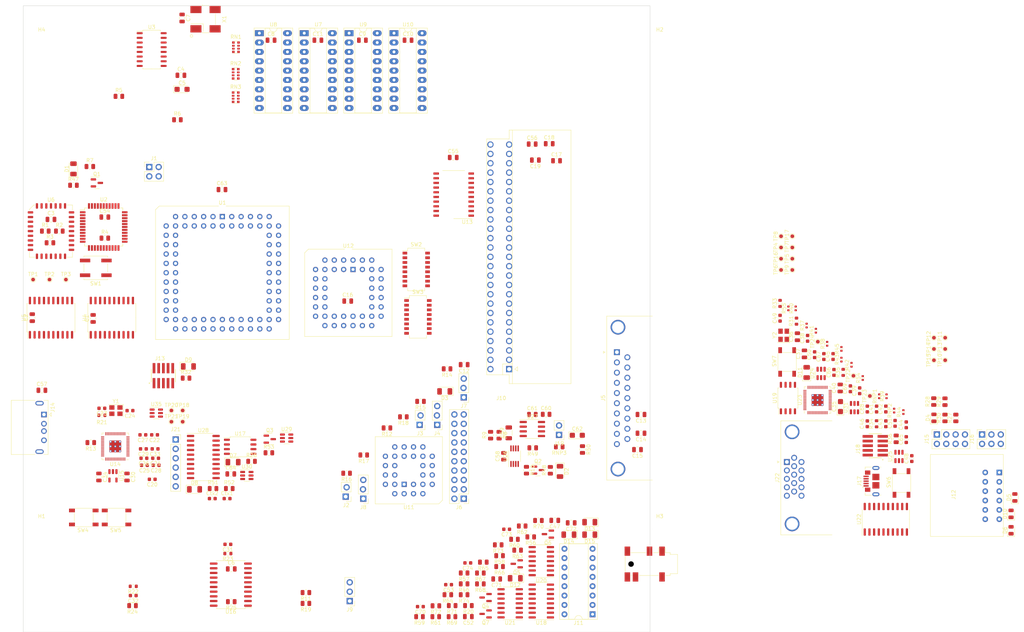
<source format=kicad_pcb>
(kicad_pcb (version 20211014) (generator pcbnew)
  (title_block (title "Mega IIe") (rev "Rev 3a") (company "twitch.tv/baldengineer"))
  (layers (0 "F.Cu" signal) (31 "B.Cu" signal) (34 "B.Paste" user) (35 "F.Paste" user) (36 "B.SilkS" user "B.Silkscreen") (37 "F.SilkS" user "F.Silkscreen") (38 "B.Mask" user) (39 "F.Mask" user) (44 "Edge.Cuts" user))
  (net 0 "")
  (net 1 "+5V")
  (net 2 "/Audio/SCALE_AUD")
  (net 3 "GND")
  (net 4 "-12V")
  (net 5 "+12V")
  (net 6 "+1V1")
  (net 7 "Net-(D9-Pad2)")
  (net 8 "Net-(C24-Pad1)")
  (net 9 "+3V3")
  (net 10 "-5V")
  (net 11 "/video/XIN")
  (net 12 "Net-(D1-Pad1)")
  (net 13 "Net-(D2-Pad1)")
  (net 14 "Net-(D3-Pad2)")
  (net 15 "/mega-6502/X0")
  (net 16 "/mega-6502/X1")
  (net 17 "/mega-6502/Y0")
  (net 18 "/mega-6502/Y1")
  (net 19 "/IWM/DB19-4")
  (net 20 "/IWM/DB19-16")
  (net 21 "/IWM/bEN1")
  (net 22 "Net-(J4-Pad2)")
  (net 23 "/IWM/bEN2")
  (net 24 "/IWM/bWDATA")
  (net 25 "/IWM/RDATA")
  (net 26 "Net-(J5-Pad17)")
  (net 27 "/IWM/bWREQ")
  (net 28 "/IWM/seek3")
  (net 29 "/IWM/seek2")
  (net 30 "/IWM/seek1")
  (net 31 "/IWM/seek0")
  (net 32 "/IWM/SENSE")
  (net 33 "Net-(J6-Pad14)")
  (net 34 "/IWM/DiskAct")
  (net 35 "/Slot/~{IOSEL}")
  (net 36 "/IWM/BA4")
  (net 37 "/IWM/BA5")
  (net 38 "/IWM/BA6")
  (net 39 "/IWM/BA7")
  (net 40 "/IWM/BA8")
  (net 41 "/IWM/BA9")
  (net 42 "/IWM/BA10")
  (net 43 "/IWM/BA11")
  (net 44 "/IWM/BA12")
  (net 45 "/IWM/BA13")
  (net 46 "/IWM/BA14")
  (net 47 "/IWM/BA15")
  (net 48 "/power/MEGA_PWR")
  (net 49 "/Slot/MDI-MDO")
  (net 50 "/power/-12V_Enable")
  (net 51 "/power/+12V_Enable")
  (net 52 "/Slot/RW")
  (net 54 "/Slot/~{IOSTRB}")
  (net 55 "/Slot/~{RDY}")
  (net 56 "/Slot/~{DMA}")
  (net 57 "/Slot/INTb")
  (net 58 "/Slot/DMA1b")
  (net 59 "/Slot/DMA1a")
  (net 60 "/Slot/INTa")
  (net 61 "/Slot/~{NMI}")
  (net 62 "/Slot/~{IRQ}")
  (net 63 "/Audio/SPKR")
  (net 64 "/Slot/~{INH}")
  (net 65 "/Slot/M2BADD_(NC)")
  (net 66 "/Slot/B7M")
  (net 67 "/Slot/BQ3")
  (net 68 "/Slot/BPH1")
  (net 69 "/Slot/UPSYNC?")
  (net 70 "/Slot/BPH0")
  (net 71 "/Slot/~{DEV}")
  (net 72 "/Slot/SDBUS7")
  (net 73 "/Slot/SDBUS6")
  (net 74 "/Slot/SDBUS5")
  (net 75 "/Slot/SDBUS4")
  (net 76 "/Slot/SDBUS3")
  (net 77 "/Slot/SDBUS2")
  (net 78 "/Slot/SDBUS1")
  (net 79 "/Slot/SDBUS0")
  (net 80 "/rp2040-keyboard/SWCLK")
  (net 81 "/rp2040-keyboard/SWD")
  (net 82 "/rp2040-keyboard/GPIO17")
  (net 83 "/video/vid_LED_L")
  (net 84 "/rp2040-keyboard/GPIO19")
  (net 85 "/rp2040-keyboard/GPIO20")
  (net 86 "/rp2040-keyboard/GPIO21")
  (net 87 "/rp2040-keyboard/GPIO22")
  (net 88 "/rp2040-keyboard/GPIO23")
  (net 90 "/rp2040-keyboard/USB_D-")
  (net 91 "/rp2040-keyboard/USB_D+")
  (net 94 "/video/USB_D-")
  (net 95 "/video/USB_D+")
  (net 96 "Net-(Q1-Pad1)")
  (net 97 "Net-(Q2-Pad1)")
  (net 98 "/mega-6502/SERVID")
  (net 99 "/Slot/S0")
  (net 100 "/Slot/S1")
  (net 101 "/Slot/S2")
  (net 102 "/mega-6502/~{MSW}")
  (net 103 "/mega-6502/~{M2SEL}")
  (net 104 "/mega-6502/~{ROMEN}")
  (net 105 "Net-(C59-Pad2)")
  (net 106 "/IWM/WDATA")
  (net 107 "/IWM/PHd")
  (net 108 "/IWM/PHb")
  (net 109 "/IWM/EN1")
  (net 110 "/IWM/WREQ")
  (net 111 "/IWM/PHc")
  (net 112 "/IWM/PHa")
  (net 113 "/IWM/EN2")
  (net 114 "/rp2040-keyboard/D_P")
  (net 115 "/rp2040-keyboard/D_N")
  (net 116 "Net-(R24-Pad2)")
  (net 117 "/Slot/~{DEVx}")
  (net 119 "/video/XOUT")
  (net 120 "/video/D_P")
  (net 121 "/video/D_N")
  (net 122 "/Slot/~{IOSELx}")
  (net 123 "Net-(C47-Pad1)")
  (net 124 "Net-(C52-Pad1)")
  (net 125 "Net-(C53-Pad1)")
  (net 126 "Net-(C70-Pad1)")
  (net 127 "Net-(C71-Pad1)")
  (net 128 "Net-(C72-Pad1)")
  (net 129 "Net-(C73-Pad1)")
  (net 130 "/mega-6502/RAF3")
  (net 131 "/mega-6502/RAF2")
  (net 132 "/mega-6502/RAF1")
  (net 133 "/mega-6502/RAF0")
  (net 134 "/mega-6502/RA3")
  (net 135 "/mega-6502/RA0")
  (net 136 "/mega-6502/RA2")
  (net 137 "/mega-6502/RA1")
  (net 138 "/mega-6502/RAF7")
  (net 139 "/mega-6502/RAF6")
  (net 140 "/mega-6502/RAF4")
  (net 141 "/mega-6502/RAF5")
  (net 142 "/mega-6502/RA7")
  (net 143 "/mega-6502/RA5")
  (net 144 "/mega-6502/RA6")
  (net 145 "/mega-6502/RA4")
  (net 146 "/Slot/~{DEV1}")
  (net 147 "/Slot/~{DEV2}")
  (net 148 "/Slot/~{DEV3}")
  (net 149 "/Slot/~{DEV4}")
  (net 150 "/Slot/~{DEV5}")
  (net 151 "/Slot/~{DEV6}")
  (net 152 "/Slot/~{DEV7}")
  (net 153 "Net-(C74-Pad1)")
  (net 154 "/Slot/~{IOSEL1}")
  (net 155 "/Slot/~{IOSEL2}")
  (net 156 "/Slot/~{IOSEL3}")
  (net 157 "/Slot/~{IOSEL4}")
  (net 158 "/Slot/~{IOSEL5}")
  (net 159 "/Slot/~{IOSEL6}")
  (net 160 "/Slot/~{IOSEL7}")
  (net 161 "Net-(D12-Pad1)")
  (net 162 "/mega-6502/65_SYNC")
  (net 163 "/mega-6502/RMBK")
  (net 164 "/mega-6502/DMA")
  (net 165 "/Slot/S3")
  (net 166 "/mega-6502/A0")
  (net 167 "/mega-6502/A1")
  (net 169 "/mega-6502/A2")
  (net 170 "/mega-6502/A3")
  (net 171 "/mega-6502/A4")
  (net 172 "/mega-6502/A5")
  (net 173 "/mega-6502/A6")
  (net 174 "/mega-6502/A7")
  (net 175 "/mega-6502/A8")
  (net 176 "/mega-6502/A9")
  (net 177 "/mega-6502/A10")
  (net 178 "/mega-6502/A11")
  (net 179 "/mega-6502/A12")
  (net 180 "/mega-6502/A13")
  (net 181 "/mega-6502/A14")
  (net 182 "/mega-6502/A15")
  (net 183 "/Slot/S4")
  (net 184 "/Slot/S5")
  (net 185 "/power/+5V_Enable")
  (net 192 "Net-(D13-Pad1)")
  (net 193 "/rp2040-keyboard/~{245_EN}")
  (net 194 "/mega-6502/14M")
  (net 195 "/mega-6502/~{CASA}")
  (net 196 "/mega-6502/~{RAMWE}")
  (net 197 "/mega-6502/AD1")
  (net 198 "/mega-6502/AD3")
  (net 199 "/mega-6502/AD5")
  (net 200 "/mega-6502/AD7")
  (net 201 "/mega-6502/RGB4")
  (net 202 "/mega-6502/~{CASM}")
  (net 203 "/mega-6502/AD0")
  (net 204 "/mega-6502/AD2")
  (net 205 "/mega-6502/AD4")
  (net 206 "/mega-6502/AD6")
  (net 207 "/mega-6502/RGB8")
  (net 208 "/mega-6502/RGB2")
  (net 209 "/mega-6502/RGB1")
  (net 210 "/mega-6502/~{SYNC}")
  (net 211 "/mega-6502/~{RAS}")
  (net 212 "/mega-6502/~{KSEL0}")
  (net 213 "/mega-6502/~{RAS.B}")
  (net 214 "/mega-6502/~{CASM.B}")
  (net 215 "/mega-6502/~{RWE.B}")
  (net 216 "/mega-6502/~{CASA.B}")
  (net 217 "/mega-6502/~{KSEL1}")
  (net 218 "/mega-6502/~{KSEL2}")
  (net 219 "/mega-6502/~{WINDOW}")
  (net 220 "/IWM/BA0")
  (net 221 "/IWM/BA1")
  (net 222 "/IWM/BA3")
  (net 223 "/IWM/MD0")
  (net 224 "/IWM/BA2")
  (net 225 "/IWM/MD1")
  (net 226 "/IWM/MD3")
  (net 227 "/IWM/MD4")
  (net 228 "/IWM/MD6")
  (net 229 "/IWM/MD2")
  (net 230 "/IWM/MD5")
  (net 231 "/IWM/MD7")
  (net 232 "/IWM/7M")
  (net 233 "/IWM/Q3")
  (net 234 "/Slot/PH0")
  (net 235 "/Slot/Q3")
  (net 236 "/Slot/~{INTDEV7}")
  (net 237 "/Slot/~{INTDEV2}")
  (net 238 "/Slot/~{INTDEV5}")
  (net 239 "/Slot/AN0")
  (net 240 "/Slot/AN2")
  (net 241 "/Slot/~{C038}")
  (net 242 "/Slot/AN1")
  (net 243 "/Slot/AN3")
  (net 244 "/Slot/~{EN245}")
  (net 245 "/Slot/~{INTDEV1}")
  (net 246 "/rp2040-keyboard/RX_2040")
  (net 247 "/rp2040-keyboard/TX_2040")
  (net 248 "/rp2040-keyboard/D0")
  (net 249 "/rp2040-keyboard/D1")
  (net 250 "/rp2040-keyboard/D2")
  (net 251 "/rp2040-keyboard/D3")
  (net 252 "/rp2040-keyboard/D4")
  (net 253 "/rp2040-keyboard/D5")
  (net 254 "/rp2040-keyboard/D6")
  (net 255 "/rp2040-keyboard/D7")
  (net 256 "/IWM/~{INTDEV6}")
  (net 257 "/IWM/~{RESET}")
  (net 258 "/rp2040-keyboard/RWrp")
  (net 259 "/rp2040-keyboard/PH0rp")
  (net 261 "/rp2040-keyboard/~{KSEL0rp}")
  (net 262 "/rp2040-keyboard/~{RESETrp}")
  (net 263 "/video/VGA_R")
  (net 264 "/video/VGA_G")
  (net 265 "/video/VGA_B")
  (net 267 "/video/VGA_SDA")
  (net 268 "/video/VGA_SCL")
  (net 269 "/video/RED0")
  (net 270 "/video/RED1")
  (net 271 "/video/GRN0")
  (net 272 "/video/GRN1")
  (net 273 "/video/GRN2")
  (net 274 "/video/BLU0")
  (net 275 "/video/BLU1")
  (net 276 "/video/vid_SWD")
  (net 277 "/video/vid_SWCLK")
  (net 281 "/rp2040-keyboard/kbd_LED")
  (net 282 "Net-(D14-Pad1)")
  (net 283 "/video/HSYNC")
  (net 284 "/video/VSYNC")
  (net 285 "/video/RED2")
  (net 286 "/video/7M_RP")
  (net 287 "/video/~{WINDOW_RP}")
  (net 288 "/video/~{SYNC_RP}")
  (net 289 "/video/RGB1_RP")
  (net 290 "/video/RGB2_RP")
  (net 291 "/video/RGB4_RP")
  (net 292 "/video/RGB8_RP")
  (net 293 "Net-(D15-Pad1)")
  (net 294 "Net-(D4-Pad2)")
  (net 295 "Net-(D5-Pad2)")
  (net 296 "Net-(D6-Pad2)")
  (net 297 "/game_port/SW0_OAPL")
  (net 298 "/game_port/SW1_CAPL")
  (net 299 "/game_port/SW2")
  (net 300 "Net-(Q1-Pad3)")
  (net 301 "/rp2040-keyboard/~{KSEL1rp}")
  (net 302 "/rp2040-keyboard/~{KSEL2rp}")
  (net 303 "Net-(C60-Pad1)")
  (net 304 "/Audio/Vo1")
  (net 305 "/Audio/EAR")
  (net 306 "/Audio/Vo2")
  (net 307 "/Audio/HP_Sense")
  (net 308 "Net-(Q2-Pad3)")
  (net 309 "/Audio/AUD_SCL")
  (net 310 "/Audio/AUD_SDA")
  (net 311 "/Audio/DC_Vol")
  (net 312 "Net-(D7-Pad2)")
  (net 313 "Net-(D8-Pad2)")
  (net 314 "/video/vid_QSPI_SS")
  (net 315 "/video/vid_XIN")
  (net 316 "Net-(Q3-Pad1)")
  (net 317 "/rp2040-keyboard/RESET_CTL")
  (net 318 "/rp2040-keyboard/GPIO2")
  (net 324 "Net-(U29-Pad1)")
  (net 325 "/rp2040-keyboard/~{PH0}")
  (net 326 "/rp2040-keyboard/KBD_RUN")
  (net 327 "/rp2040-keyboard/KBD_XIN")
  (net 328 "/rp2040-keyboard/KBD_XOUT")
  (net 329 "/rp2040-keyboard/KBD_QSPI_SD3")
  (net 330 "/rp2040-keyboard/KBD_QSPI_SCLK")
  (net 331 "/rp2040-keyboard/KBD_QSPI_SD0")
  (net 332 "/rp2040-keyboard/KBD_QSPI_SD2")
  (net 333 "/rp2040-keyboard/KBD_QSPI_SD1")
  (net 334 "/rp2040-keyboard/KBD_QSPI_SS")
  (net 335 "/video/~{RESET_RP}")
  (net 336 "/video/SERVID_RP")
  (net 337 "/video/14M_RP")
  (net 338 "/video/SERVIDEO")
  (net 340 "/video/vid_XOUT")
  (net 341 "/video/~{RESET}")
  (net 342 "/video/vid_QSPI_SD3")
  (net 343 "/video/vid_QSPI_SCLK")
  (net 344 "/video/vid_QSPI_SD0")
  (net 345 "/video/vid_QSPI_SD2")
  (net 346 "/video/vid_QSPI_SD1")
  (net 347 "/mega-6502/14M_Prime")
  (net 348 "Net-(U35-Pad3)")
  (net 349 "/power/Mega_En")
  (net 350 "/power/Analog_En")
  (net 351 "/game_port/STB")
  (net 352 "/game_port/PDL0")
  (net 353 "/game_port/PDL2")
  (net 354 "/game_port/SW3")
  (net 355 "/game_port/PDL1")
  (net 356 "/game_port/PDL3")
  (net 358 "Net-(Q4-Pad1)")
  (net 359 "Net-(Q4-Pad3)")
  (net 360 "Net-(Q5-Pad1)")
  (net 361 "Net-(Q5-Pad3)")
  (net 362 "Net-(Q6-Pad1)")
  (net 363 "Net-(Q6-Pad3)")
  (net 364 "Net-(Q7-Pad1)")
  (net 365 "Net-(Q7-Pad3)")
  (net 366 "/game_port/CP0")
  (net 367 "/game_port/CP2")
  (net 368 "/game_port/CP1")
  (net 369 "/game_port/CP3")
  (net 370 "/game_port/MD7")
  (net 372 "/game_port/C060-67")
  (net 373 "/game_port/BA2")
  (net 374 "/game_port/BA1")
  (net 375 "/game_port/BA0")
  (net 376 "/game_port/DIS0")
  (net 377 "/game_port/~{PDLTRIG}")
  (net 378 "/game_port/DIS1")
  (net 379 "/game_port/DIS2")
  (net 380 "/game_port/DIS3")
  (net 381 "Net-(C39-Pad1)")
  (net 382 "Net-(D10-Pad2)")
  (net 383 "Net-(D11-Pad1)")
  (net 390 "/rp2040-keyboard/VID_EN")
  (net 392 "Net-(J22-Pad9)")
  (net 394 "Net-(J22-Pad13)")
  (net 395 "Net-(J22-Pad14)")
  (net 403 "Net-(U24-Pad3)")
  (net 404 "Net-(U25-Pad3)")
  (net 405 "/video/7M")
  (net 406 "Net-(U31-Pad3)")
  (footprint "My Libraries:SW_Push_CK_PTS525_SM15" (layer "F.Cu") (at 31.75 159.385 180)
    (fp_text reference "SW4")
    (fp_text value "KBD RESET")
  )
  (footprint "Capacitor_Tantalum_SMD:CP_EIA-3216-18_Kemet-A" (layer "F.Cu") (at 165.608 137.0838)
    (fp_text reference "C62")
    (fp_text value "100u")
  )
  (footprint "Resistor_SMD:R_0805_2012Metric" (layer "F.Cu") (at 157.1498 131.3942)
    (fp_text reference "C60")
    (fp_text value "1u")
  )
  (footprint "Capacitor_SMD:C_0603_1608Metric" (layer "F.Cu") (at 249.282 129.951 90)
    (fp_text reference "C42")
    (fp_text value "100n")
  )
  (footprint "TestPoint:TestPoint_Pad_D1.0mm" (layer "F.Cu") (at 223.922 92.211 90)
    (fp_text reference "TP9")
    (fp_text value "TestPoint")
  )
  (footprint "Resistor_SMD:R_0805_2012Metric" (layer "F.Cu") (at 265.322 132.381 90)
    (fp_text reference "R30")
    (fp_text value "1K")
  )
  (footprint "Capacitor_SMD:C_0603_1608Metric" (layer "F.Cu") (at 228.062 110.761 90)
    (fp_text reference "C38")
    (fp_text value "27p")
  )
  (footprint "LED_SMD:LED_1206_3216Metric" (layer "F.Cu") (at 148.776 175.89 180)
    (fp_text reference "D12")
    (fp_text value "AN3")
  )
  (footprint "Resistor_SMD:R_0805_2012Metric" (layer "F.Cu") (at 77.258 144.154)
    (fp_text reference "R26")
    (fp_text value "1K")
  )
  (footprint "Capacitor_SMD:C_0603_1608Metric" (layer "F.Cu") (at 254.822 138.251 90)
    (fp_text reference "C65")
    (fp_text value "100n")
  )
  (footprint "Resistor_SMD:R_0402_1005Metric" (layer "F.Cu") (at 243.022 121.541 90)
    (fp_text reference "R54")
    (fp_text value "100")
  )
  (footprint "Capacitor_SMD:C_0805_2012Metric" (layer "F.Cu") (at 163.946 160.85 180)
    (fp_text reference "C72")
    (fp_text value ".1u")
  )
  (footprint "Package_SO:SOIC-20W_7.5x12.8mm_P1.27mm" (layer "F.Cu") (at 71.6319 177.623 180)
    (fp_text reference "U16")
    (fp_text value "74HC245")
  )
  (footprint "Resistor_SMD:R_0603_1608Metric" (layer "F.Cu") (at 70.8319 169.193 180)
    (fp_text reference "R23")
    (fp_text value "27")
  )
  (footprint "TestPoint:TestPoint_Pad_D1.0mm" (layer "F.Cu") (at 262.332 116.711 90)
    (fp_text reference "TP15")
    (fp_text value "TestPoint")
  )
  (footprint "Connector_PinHeader_2.54mm:PinHeader_1x02_P2.54mm_Vertical" (layer "F.Cu") (at 160.655 136.9618 180)
    (fp_text reference "J19")
    (fp_text value "SPKR")
  )
  (footprint "Capacitor_SMD:C_0805_2012Metric" (layer "F.Cu") (at 227.202 114.991 90)
    (fp_text reference "C37")
    (fp_text value "1u")
  )
  (footprint "Capacitor_SMD:C_0603_1608Metric" (layer "F.Cu") (at 232.472 115.711 90)
    (fp_text reference "C67")
    (fp_text value "100n")
  )
  (footprint "LED_SMD:LED_1206_3216Metric" (layer "F.Cu") (at 28.956 64.77 90)
    (fp_text reference "D1")
    (fp_text value "~{ROMEN_L}")
  )
  (footprint "Button_Switch_SMD:SW_Push_1P1T_NO_CK_KSC6xxJ" (layer "F.Cu") (at 35.01 91.641)
    (fp_text reference "SW1")
    (fp_text value "RESET")
  )
  (footprint "Resistor_SMD:R_0805_2012Metric" (layer "F.Cu") (at 268.272 132.381 90)
    (fp_text reference "R27")
    (fp_text value "1K")
  )
  (footprint "TestPoint:TestPoint_Pad_D1.0mm" (layer "F.Cu") (at 220.872 83.061 90)
    (fp_text reference "TP8")
    (fp_text value "TestPoint")
  )
  (footprint "Resistor_SMD:R_0402_1005Metric" (layer "F.Cu") (at 239.972 117.951 90)
    (fp_text reference "R42")
    (fp_text value "470")
  )
  (footprint "LED_SMD:LED_1206_3216Metric" (layer "F.Cu") (at 160.909 146.8882 -90)
    (fp_text reference "D2")
    (fp_text value "SNDZ")
  )
  (footprint "Resistor_SMD:R_0805_2012Metric" (layer "F.Cu") (at 265.322 127.971 90)
    (fp_text reference "R29")
    (fp_text value "1K")
  )
  (footprint "Resistor_SMD:R_0603_1608Metric" (layer "F.Cu") (at 36.66 131.66 180)
    (fp_text reference "R21")
    (fp_text value "0")
  )
  (footprint "LED_SMD:LED_0805_2012Metric" (layer "F.Cu") (at 262.327 132.341 90)
    (fp_text reference "D4")
    (fp_text value "-12v")
  )
  (footprint "Resistor_SMD:R_0603_1608Metric" (layer "F.Cu") (at 220.602 101.291 90)
    (fp_text reference "R33")
    (fp_text value "0")
  )
  (footprint "Package_DIP:DIP-18_W7.62mm_Socket_LongPads" (layer "F.Cu") (at 79.375 27.94)
    (fp_text reference "U8")
    (fp_text value "DRAM64KX4")
  )
  (footprint "Resistor_SMD:R_Array_Convex_4x0612" (layer "F.Cu") (at 73.025 31.75)
    (fp_text reference "RN1")
    (fp_text value "100")
  )
  (footprint "Resistor_SMD:R_0805_2012Metric" (layer "F.Cu") (at 160.7058 140.208 180)
    (fp_text reference "RNP3")
    (fp_text value "1k")
  )
  (footprint "Capacitor_SMD:C_0603_1608Metric" (layer "F.Cu") (at 70.618 154.264)
    (fp_text reference "Ctx1")
    (fp_text value "1u")
  )
  (footprint "Package_SO:SOIC-16_4.55x10.3mm_P1.27mm" (layer "F.Cu") (at 50.165 32.385)
    (fp_text reference "U3")
    (fp_text value "74HC02-CHECK FOOTPRINT")
  )
  (footprint "Resistor_SMD:R_0805_2012Metric" (layer "F.Cu") (at 21.3125 81.661)
    (fp_text reference "R1")
    (fp_text value "4k7")
  )
  (footprint "Resistor_SMD:R_Array_Convex_4x0612" (layer "F.Cu") (at 72.96 38.97)
    (fp_text reference "RN2")
    (fp_text value "100")
  )
  (footprint "Capacitor_SMD:C_0805_2012Metric" (layer "F.Cu") (at 95.25 29.845)
    (fp_text reference "C11")
    (fp_text value "1uF")
  )
  (footprint "Package_TO_SOT_SMD:SOT-23-6" (layer "F.Cu") (at 51.425 131.054)
    (fp_text reference "U35")
    (fp_text value "74LVC2G04")
  )
  (footprint "LED_SMD:LED_0805_2012Metric" (layer "F.Cu") (at 283.247 158.411 90)
    (fp_text reference "D10")
    (fp_text value "Stby")
  )
  (footprint "Resistor_SMD:R_0805_2012Metric" (layer "F.Cu") (at 127.216 186.32 180)
    (fp_text reference "R61")
    (fp_text value "4k7")
  )
  (footprint "Capacitor_SMD:C_0603_1608Metric" (layer "F.Cu") (at 235.212 120.011 90)
    (fp_text reference "C66")
    (fp_text value "100n")
  )
  (footprint "Resistor_SMD:R_0805_2012Metric" (layer "F.Cu") (at 33.655 139.065 180)
    (fp_text reference "R13")
    (fp_text value "22")
  )
  (footprint "Package_LCC:PLCC-44_THT-Socket" (layer "F.Cu") (at 104.775 92.075)
    (fp_text reference "U12")
    (fp_text value "Slotmaker")
  )
  (footprint "Resistor_SMD:R_0603_1608Metric" (layer "F.Cu") (at 45.1719 178.083 180)
    (fp_text reference "R22")
    (fp_text value "27")
  )
  (footprint "Capacitor_SMD:C_0805_2012Metric" (layer "F.Cu") (at 182.88 131.445 180)
    (fp_text reference "C13")
    (fp_text value "10u")
  )
  (footprint "Package_TO_SOT_SMD:SOT-23" (layer "F.Cu") (at 154.94 146.5326)
    (fp_text reference "Q2")
    (fp_text value "BC817")
  )
  (footprint "Capacitor_SMD:C_0805_2012Metric" (layer "F.Cu") (at 71.628 147.574)
    (fp_text reference "C64")
    (fp_text value "100n")
  )
  (footprint "Package_LCC:PLCC-32_11.4x14.0mm_P1.27mm" (layer "F.Cu") (at 22.86 81.661)
    (fp_text reference "U6")
    (fp_text value "28C256")
  )
  (footprint "Capacitor_SMD:C_0603_1608Metric" (layer "F.Cu") (at 50.955 136.965 180)
    (fp_text reference "C22")
    (fp_text value "1u")
  )
  (footprint "Crystal:Crystal_SMD_3225-4Pin_3.2x2.5mm" (layer "F.Cu") (at 221.572 109.931 90)
    (fp_text reference "Y2")
    (fp_text value "ECS-120-18-33-JEM-TR")
  )
  (footprint "Capacitor_SMD:C_0805_2012Metric" (layer "F.Cu") (at 131.953 61.6712)
    (fp_text reference "C55")
    (fp_text value "1uF")
  )
  (footprint "Capacitor_SMD:C_0603_1608Metric" (layer "F.Cu") (at 146.446 162.59 180)
    (fp_text reference "C73")
    (fp_text value "22n")
  )
  (footprint "TestPoint:TestPoint_Pad_D1.0mm" (layer "F.Cu") (at 240.502 120.931 90)
    (fp_text reference "TP22")
    (fp_text value "TestPoint_Harwin")
  )
  (footprint "Resistor_SMD:R_0805_2012Metric" (layer "F.Cu") (at 25.1225 81.661)
    (fp_text reference "R2")
    (fp_text value "3k3")
  )
  (footprint "Package_TO_SOT_SMD:SOT-23-6" (layer "F.Cu") (at 240.782 129.581 90)
    (fp_text reference "U31")
    (fp_text value "74LVC2G04-DNP")
  )
  (footprint "Resistor_SMD:R_0805_2012Metric" (layer "F.Cu") (at 140.116 171.52 180)
    (fp_text reference "R65")
    (fp_text value "4k7")
  )
  (footprint "My Libraries:PinHeader_1x03_P2.54mm_Vertical-LOCK" (layer "F.Cu") (at 127.6136 134.2376 180)
    (fp_text reference "J4")
    (fp_text value "EN")
  )
  (footprint "Capacitor_SMD:C_0603_1608Metric" (layer "F.Cu") (at 244.262 129.951 90)
    (fp_text reference "C68")
    (fp_text value "100n")
  )
  (footprint "MountingHole:MountingHole_2.5mm" (layer "F.Cu") (at 187.96 162.56)
    (fp_text reference "H3")
    (fp_text value "MountingHole")
  )
  (footprint "TestPoint:TestPoint_Pad_D1.0mm" (layer "F.Cu") (at 265.382 116.711 90)
    (fp_text reference "TP10")
    (fp_text value "TestPoint")
  )
  (footprint "TestPoint:TestPoint_Pad_D1.0mm" (layer "F.Cu") (at 22.46 94.821)
    (fp_text reference "TP2")
    (fp_text value "TestPoint_Harwin")
  )
  (footprint "TestPoint:TestPoint_Pad_D1.0mm" (layer "F.Cu") (at 58.575 130.354)
    (fp_text reference "TP18")
    (fp_text value "TestPoint")
  )
  (footprint "LED_SMD:LED_1206_3216Metric" (layer "F.Cu") (at 129.6436 125.1676 180)
    (fp_text reference "D3")
    (fp_text value "DSK")
  )
  (footprint "Button_Switch_SMD:SW_DIP_SPSTx08_Slide_Omron_A6H-8101_W6.15mm_P1.27mm" (layer "F.Cu") (at 121.92 92.075)
    (fp_text reference "SW2")
    (fp_text value "DEV")
  )
  (footprint "Capacitor_SMD:C_0805_2012Metric" (layer "F.Cu") (at 43.475 148.395 -90)
    (fp_text reference "C30")
    (fp_text value "1u")
  )
  (footprint "TestPoint:TestPoint_Pad_D1.0mm" (layer "F.Cu") (at 223.922 89.161 90)
    (fp_text reference "TP5")
    (fp_text value "TestPoint")
  )
  (footprint "Capacitor_SMD:C_0805_2012Metric" (layer "F.Cu") (at 159.9692 62.5602)
    (fp_text reference "C17")
    (fp_text value "10u")
  )
  (footprint "Package_TO_SOT_SMD:SOT-23" (layer "F.Cu") (at 149.176 171.97 180)
    (fp_text reference "Q5")
    (fp_text value "BC817")
  )
  (footprint "Resistor_SMD:R_0805_2012Metric" (layer "F.Cu") (at 113.9836 135.0876 180)
    (fp_text reference "R12")
    (fp_text value "22")
  )
  (footprint "TestPoint:TestPoint_Pad_D1.0mm" (layer "F.Cu") (at 58.575 133.404)
    (fp_text reference "TP19")
    (fp_text value "TestPoint")
  )
  (footprint "LED_SMD:LED_1206_3216Metric" (layer "F.Cu") (at 168.976 164.05 180)
    (fp_text reference "D15")
    (fp_text value "AN3")
  )
  (footprint "Resistor_SMD:R_0805_2012Metric" (layer "F.Cu") (at 131.626 186.32 180)
    (fp_text reference "R69")
    (fp_text value "1K")
  )
  (footprint "Capacitor_SMD:C_0603_1608Metric" (layer "F.Cu") (at 220.602 105.301 90)
    (fp_text reference "C49")
    (fp_text value "100n")
  )
  (footprint "Resistor_SMD:R_0805_2012Metric" (layer "F.Cu") (at 149.416 168.27 180)
    (fp_text reference "R63")
    (fp_text value "100")
  )
  (footprint "TestPoint:TestPoint_Pad_D1.0mm" (layer "F.Cu") (at 220.872 86.111 90)
    (fp_text reference "TP4")
    (fp_text value "TestPoint")
  )
  (footprint "Resistor_SMD:R_0805_2012Metric" (layer "F.Cu") (at 130.496 180.36 180)
    (fp_text reference "R64")
    (fp_text value "470")
  )
  (footprint "Resistor_SMD:R_0805_2012Metric" (layer "F.Cu") (at 252.092 138.051 90)
    (fp_text reference "R36")
    (fp_text value "R_0805")
  )
  (footprint "LED_SMD:LED_1206_3216Metric" (layer "F.Cu") (at 60.135 118.394)
    (fp_text reference "D9")
    (fp_text value "3V3_PWR")
  )
  (footprint "Capacitor_SMD:C_0805_2012Metric" (layer "F.Cu") (at 17.78 105.156 90)
    (fp_text reference "C2")
    (fp_text value "1uF")
  )
  (footprint "TestPoint:TestPoint_Pad_D1.0mm" (layer "F.Cu") (at 220.872 89.161 90)
    (fp_text reference "TP16")
    (fp_text value "TestPoint")
  )
  (footprint "LED_SMD:LED_1206_3216Metric" (layer "F.Cu") (at 72.248 144.374)
    (fp_text reference "D7")
    (fp_text value "5V_PWR")
  )
  (footprint "My Libraries:USB_A_GCT_USB1125" (layer "F.Cu") (at 20.955 131.445 -90)
    (fp_text reference "J14")
    (fp_text value "USB_A")
  )
  (footprint "Capacitor_SMD:C_0805_2012Metric" (layer "F.Cu") (at 22.86 78.486)
    (fp_text reference "C3")
    (fp_text value "1uF")
  )
  (footprint "TestPoint:TestPoint_Pad_D1.0mm" (layer "F.Cu") (at 244.962 126.421 90)
    (fp_text reference "TP23")
    (fp_text value "TestPoint_Harwin")
  )
  (footprint "Package_TO_SOT_SMD:SOT-23-5" (layer "F.Cu") (at 39.665 148.08 -90)
    (fp_text reference "U15")
    (fp_text value "MIC5504-3.3YM5")
  )
  (footprint "TestPoint:TestPoint_Pad_D1.0mm" (layer "F.Cu") (at 55.525 130.354)
    (fp_text reference "TP20")
    (fp_text value "TestPoint")
  )
  (footprint "Resistor_SMD:R_0805_2012Metric" (layer "F.Cu") (at 44.9719 183.323 180)
    (fp_text reference "R24")
    (fp_text value "4k7")
  )
  (footprint "Resistor_SMD:R_0805_2012Metric" (layer "F.Cu") (at 57.15 51.435)
    (fp_text reference "R6")
    (fp_text value "4k7")
  )
  (footprint "Capacitor_SMD:C_0603_1608Metric" (layer "F.Cu") (at 251.792 133.841 90)
    (fp_text reference "C51")
    (fp_text value "100n")
  )
  (footprint "Capacitor_SMD:C_0603_1608Metric" (layer "F.Cu") (at 135.906 171.73 180)
    (fp_text reference "C74")
    (fp_text value "22n")
  )
  (footprint "Capacitor_SMD:C_0805_2012Metric" (layer "F.Cu") (at 34.29 105.366 90)
    (fp_text reference "C1")
    (fp_text value "1uF")
  )
  (footprint "Capacitor_SMD:C_0603_1608Metric" (layer "F.Cu") (at 130.696 177.63 180)
    (fp_text reference "C53")
    (fp_text value "22n")
  )
  (footprint "My Libraries:PinHeader_1x03_P2.54mm_Vertical-LOCK" (layer "F.Cu") (at 134.8136 126.7876 180)
    (fp_text reference "J7")
    (fp_text value "EN")
  )
  (footprint "Connector_PinHeader_2.54mm:PinHeader_1x03_P2.54mm_Vertical" (layer "F.Cu") (at 103.8856 182.073869 180)
    (fp_text reference "J9")
    (fp_text value "IO-Xtra")
  )
  (footprint "Capacitor_SMD:C_0603_1608Metric" (layer "F.Cu") (at 51.235 143.315 180)
    (fp_text reference "C21")
    (fp_text value "100n")
  )
  (footprint "TestPoint:TestPoint_Pad_D1.0mm" (layer "F.Cu") (at 18.01 94.821)
    (fp_text reference "TP1")
    (fp_text value "TestPoint_Harwin")
  )
  (footprint "Capacitor_SMD:C_0805_2012Metric" (layer "F.Cu") (at 35.855 148.395 -90)
    (fp_text reference "C34")
    (fp_text value "1u")
  )
  (footprint "TestPoint:TestPoint_Pad_D1.0mm" (layer "F.Cu") (at 230.842 111.681 90)
    (fp_text reference "TP24")
    (fp_text value "TestPoint_Harwin")
  )
  (footprint "Package_SO:MSOP-8_3x3mm_P0.65mm" (layer "F.Cu") (at 148.5952 142.7523 90)
    (fp_text reference "U26")
    (fp_text value "MCP4541T")
  )
  (footprint "Capacitor_Tantalum_SMD:CP_EIA-3216-18_Kemet-A" (layer "F.Cu") (at 58.415 43.18)
    (fp_text reference "C5")
    (fp_text value "100u")
  )
  (footprint "Capacitor_SMD:C_0805_2012Metric" (layer "F.Cu") (at 225.302 110.331 90)
    (fp_text reference "C36")
    (fp_text value "1u")
  )
  (footprint "Resistor_SMD:R_0402_1005Metric" (layer "F.Cu") (at 237.232 116.551 90)
    (fp_text reference "R43")
    (fp_text value "2k2")
  )
  (footprint "Connector_USB:USB_Micro-B_GCT_USB3076-30-A" (layer "F.Cu") (at 245.382 149.531 90)
    (fp_text reference "J17")
    (fp_text value "VGA_Micro")
  )
  (footprint "Resistor_SMD:R_0805_2012Metric" (layer "F.Cu") (at 152.976 164.66 180)
    (fp_text reference "R56")
    (fp_text value "1u")
  )
  (footprint "Resistor_SMD:R_0805_2012Metric" (layer "F.Cu") (at 41.275 45.085)
    (fp_text reference "R5")
    (fp_text value "4k7")
  )
  (footprint "Capacitor_SMD:C_0805_2012Metric" (layer "F.Cu") (at 134.9136 117.9076 180)
    (fp_text reference "C12")
    (fp_text value "1u")
  )
  (footprint "Capacitor_SMD:C_0603_1608Metric" (layer "F.Cu") (at 242.182 125.001 90)
    (fp_text reference "C39")
    (fp_text value "27p")
  )
  (footprint "My Libraries:PinHeader_1x03_P2.54mm_Vertical-LOCK" (layer "F.Cu") (at 107.5636 154.2876 180)
    (fp_text reference "J8")
    (fp_text value "EN")
  )
  (footprint "Connector_PinHeader_2.54mm:PinHeader_2x10_P2.54mm_Vertical" (layer "F.Cu") (at 134.8136 154.2876 180)
    (fp_text reference "J6")
    (fp_text value "FDC Hdr")
  )
  (footprint "Capacitor_SMD:C_0603_1608Metric" (layer "F.Cu") (at 45.1719 180.593 180)
    (fp_text reference "C32")
    (fp_text value "100n")
  )
  (footprint "Capacitor_SMD:C_0603_1608Metric" (layer "F.Cu") (at 244.262 133.961 90)
    (fp_text reference "C46")
    (fp_text value "1u")
  )
  (footprint "Resistor_SMD:R_0603_1608Metric" (layer "F.Cu") (at 237.722 120.011 90)
    (fp_text reference "R35")
    (fp_text value "27")
  )
  (footprint "Capacitor_SMD:C_0805_2012Metric" (layer "F.Cu") (at 153.3652 58.039)
    (fp_text reference "C56")
    (fp_text value "10u")
  )
  (footprint "Capacitor_SMD:C_0603_1608Metric" (layer "F.Cu") (at 234.982 115.711 90)
    (fp_text reference "C45")
    (fp_text value "100n")
  )
  (footprint "Resistor_SMD:R_0805_2012Metric" (layer "F.Cu") (at 131.666 183.31 180)
    (fp_text reference "R71")
    (fp_text value "100")
  )
  (footprint "Capacitor_SMD:C_0603_1608Metric" (layer "F.Cu") (at 123.046 183.59 180)
    (fp_text reference "C70")
    (fp_text value "22n")
  )
  (footprint "Package_TO_SOT_SMD:SOT-23-6" (layer "F.Cu") (at 75.978 147.994)
    (fp_text reference "U30")
    (fp_text value "74LVC2G04")
  )
  (footprint "My Libraries:SW_Push_CK_PTS525_SM15" (layer "F.Cu") (at 40.64 159.385 180)
    (fp_text reference "SW5")
    (fp_text value "MEGA PWR")
  )
  (footprint "My Libraries:DSUB-19_Apple_II_Floppy" (layer "F.Cu") (at 176.339669 114.535 90)
    (fp_text reference "J5")
    (fp_text value "DSUB19")
  )
  (footprint "Resistor_SMD:R_0805_2012Metric" (layer "F.Cu") (at 144.526 169.77 180)
    (fp_text reference "R58")
    (fp_text value "470")
  )
  (footprint "Resistor_SMD:R_0805_2012Metric" (layer "F.Cu") (at 71.755 182.245 180)
    (fp_text reference "R25")
    (fp_text value "4k7")
  )
  (footprint "Resistor_SMD:R_0603_1608Metric" (layer "F.Cu") (at 246.772 133.961 90)
    (fp_text reference "R34")
    (fp_text value "27")
  )
  (footprint "Capacitor_SMD:C_0805_2012Metric" (layer "F.Cu") (at 143.746 176.08 180)
    (fp_text reference "C71")
    (fp_text value ".1u")
  )
  (footprint "Package_TO_SOT_SMD:SOT-23-6" (layer "F.Cu") (at 231.732 120.291 90)
    (fp_text reference "U24")
    (fp_text value "74LVC2G04")
  )
  (footprint "TestPoint:TestPoint_Pad_D1.0mm" (layer "F.Cu") (at 262.332 113.661 90)
    (fp_text reference "TP14")
    (fp_text value "TestPoint")
  )
  (footprint "Resistor_SMD:R_Array_Convex_4x0612" (layer "F.Cu") (at 72.96 45.32)
    (fp_text reference "RN3")
    (fp_text value "100")
  )
  (footprint "Capacitor_SMD:C_0603_1608Metric" (layer "F.Cu") (at 51.095 140.775 180)
    (fp_text reference "C33")
    (fp_text value "100n")
  )
  (footprint "Package_SO:SOIC-20W_7.5x12.8mm_P1.27mm" (layer "F.Cu") (at 22.86 105.156 90)
    (fp_text reference "U5")
    (fp_text value "74HCT245")
  )
  (footprint "Resistor_SMD:R_0402_1005Metric" (layer "F.Cu") (at 249.472 126.491 90)
    (fp_text reference "R39")
    (fp_text value "390")
  )
  (footprint "Resistor_SMD:R_0805_2012Metric" (layer "F.Cu") (at 123.0836 127.8876 180)
    (fp_text reference "R15")
    (fp_text value "22")
  )
  (footprint "Resistor_SMD:R_0805_2012Metric" (layer "F.Cu") (at 127.256 183.37 180)
    (fp_text reference "R72")
    (fp_text value "470")
  )
  (footprint "Package_SO:SO-14_3.9x8.65mm_P1.27mm" (layer "F.Cu") (at 147.396 182.69 180)
    (fp_text reference "U21")
    (fp_text value "NE556")
  )
  (footprint "Capacitor_SMD:C_0603_1608Metric" (layer "F.Cu") (at 51.375 145.22 180)
    (fp_text reference "C28")
    (fp_text value "100n")
  )
  (footprint "TestPoint:TestPoint_Pad_D1.0mm" (layer "F.Cu") (at 26.91 94.821)
    (fp_text reference "TP3")
    (fp_text value "TestPoint")
  )
  (footprint "Resistor_SMD:R_0805_2012Metric" (layer "F.Cu") (at 148.566 165.32 180)
    (fp_text reference "R60")
    (fp_text value "1K")
  )
  (footprint "RP2040_minimal:RP2040-QFN-56" (layer "F.Cu") (at 40.2969 140.098 180)
    (fp_text reference "U14")
    (fp_text value "RP2040")
  )
  (footprint "Resistor_SMD:R_0402_1005Metric" (layer "F.Cu") (at 237.232 113.641 90)
    (fp_text reference "R45")
    (fp_text value "470")
  )
  (footprint "Package_DIP:DIP-18_W7.62mm_Socket_LongPads" (layer "F.Cu") (at 103.718332 27.94)
    (fp_text reference "U9")
    (fp_text value "DRAM64KX4")
  )
  (footprint "Resistor_SMD:R_0805_2012Metric" (layer "F.Cu") (at 66.808 151.534)
    (fp_text reference "R51")
    (fp_text value "1K")
  )
  (footprint "LED_SMD:LED_1206_3216Metric" (layer "F.Cu") (at 61.798 151.754)
    (fp_text reference "D8")
    (fp_text value "3V3_PWR")
  )
  (footprint "LED_SMD:LED_0805_2012Metric" (layer "F.Cu") (at 283.247 162.861 90)
    (fp_text reference "D6")
    (fp_text value "Mega")
  )
  (footprint "Resistor_SMD:R_0805_2012Metric" (layer "F.Cu") (at 144.526 172.72 180)
    (fp_text reference "R66")
    (fp_text value "470")
  )
  (footprint "Package_LCC:PLCC-28_THT-Socket" (layer "F.Cu") (at 118.6436 150.3976 180)
    (fp_text reference "U11")
    (fp_text value "IWM")
  )
  (footprint "Button_Switch_SMD:SW_DIP_SPSTx08_Slide_Omron_A6H-8101_W6.15mm_P1.27mm" (layer "F.Cu") (at 122.375 104.95)
    (fp_text reference "SW3")
    (fp_text value "IOSEL")
  )
  (footprint "My Libraries:SW_Push_CK_PTS525_SM15" (layer "F.Cu") (at 222.522 117.181 90)
    (fp_text reference "SW7")
    (fp_text value "VGA RESET")
  )
  (footprint "Capacitor_SMD:C_0603_1608Metric" (layer "F.Cu") (at 249.282 133.961 90)
    (fp_text reference "C43")
    (fp_text value "1u")
  )
  (footprint "LED_SMD:LED_1206_3216Metric" (layer "F.Cu") (at 227.812 120.021 90)
    (fp_text reference "D11")
    (fp_text value "D_1206")
  )
  (footprint "My Libraries:TE 5650118-3 Right Angle 12 Pos Socket" (layer "F.Cu") (at 271.007 153.396 90)
    (fp_text reference "J12")
    (fp_text value "Right Angle")
  )
  (footprint "Package_TO_SOT_SMD:SOT-23" (layer "F.Cu") (at 82.198 138.134)
    (fp_text reference "Q3")
    (fp_text value "BC817")
  )
  (footprint "Capacitor_SMD:C_0805_2012Metric" (layer "F.Cu") (at 236.912 124.241 90)
    (fp_text reference "C40")
    (fp_text value "100n")
  )
  (footprint "Capacitor_SMD:C_0805_2012Metric" (layer "F.Cu") (at 181.93 140.97 180)
    (fp_text reference "C15")
    (fp_text value "10u")
  )
  (footprint "Capacitor_SMD:C_0805_2012Metric" (layer "F.Cu") (at 157.988 57.9374)
    (fp_text reference "C18")
    (fp_text value "10u")
  )
  (footprint "Capacitor_SMD:C_0805_2012Metric" (layer "F.Cu") (at 119.7 29.845)
    (fp_text reference "C10")
    (fp_text value "1uF")
  )
  (footprint "Connector_PinSocket_2.54mm:PinSocket_1x06_P2.54mm_Vertical" (layer "F.Cu") (at 56.678 138.234)
    (fp_text reference "J21")
    (fp_text value "FTDI Header")
  )
  (footprint "Resistor_SMD:R_0805_2012Metric" (layer "F.Cu") (at 142.0876 137.0584 90)
    (fp_text reference "R9")
    (fp_text value "2")
  )
  (footprint "MountingHole:MountingHole_2.5mm" (layer "F.Cu") (at 20.32 30.48)
    (fp_text reference "H4")
    (fp_text value "MountingHole")
  )
  (footprint "Capacitor_SMD:C_0805_2012Metric" (layer "F.Cu") (at 69.2404 70.3834)
    (fp_text reference "C63")
    (fp_text value "1uF")
  )
  (footprint "Package_SO:SOIC-8_3.9x4.9mm_P1.27mm" (layer "F.Cu") (at 153.416 135.382)
    (fp_text reference "U27")
    (fp_text value "LM4875")
  )
  (footprint "Resistor_SMD:R_0805_2012Metric" (layer "F.Cu") (at 71.218 151.534)
    (fp_text reference "R52")
    (fp_text value "4k7")
  )
  (footprint "LED_SMD:LED_0805_2012Metric" (layer "F.Cu") (at 284.277 153.961 90)
    (fp_text reference "D5")
    (fp_text value "+12v")
  )
  (footprint "Resistor_SMD:R_0402_1005Metric" (layer "F.Cu") (at 224.842 102.641 90)
    (fp_text reference "R40")
    (fp_text value "2k2")
  )
  (footprint "Resistor_SMD:R_0805_2012Metric" (layer "F.Cu") (at 139.316 177.42 180)
    (fp_text reference "R68")
    (fp_text value "1K")
  )
  (footprint "Resistor_SMD:R_0805_2012Metric" (layer "F.Cu") (at 145.6488 142.7777 90)
    (fp_text reference "C58")
    (fp_text value "1u")
  )
  (footprint "Crystal:Crystal_SMD_3225-4Pin_3.2x2.5mm" (layer "F.Cu") (at 40.47 130.39 180)
    (fp_text reference "Y1")
    (fp_text value "ECS-120-18-33-JEM-TR")
  )
  (footprint "LED_SMD:LED_1206_3216Metric" (layer "F.Cu") (at 168.976 160.66 180)
    (fp_text reference "D13")
    (fp_text value "AN3")
  )
  (footprint "Package_TO_SOT_SMD:SOT-23" (layer "F.Cu") (at 35.306 68.58)
    (fp_text reference "Q1")
    (fp_text value "BC817")
  )
  (footprint "Capacitor_SMD:C_0805_2012Metric" (layer "F.Cu") (at 82.55 29.845)
    (fp_text reference "C8")
    (fp_text value "1uF")
  )
  (footprint "Resistor_SMD:R_0402_1005Metric" (layer "F.Cu") (at 247.482 126.491 90)
    (fp_text reference "RNP1")
    (fp_text value "4k7")
  )
  (footprint "MountingHole:MountingHole_2.5mm" (layer "F.Cu") (at 20.32 162.56)
    (fp_text reference "H1")
    (fp_text value "MountingHole")
  )
  (footprint "Resistor_SMD:R_0805_2012Metric" (layer "F.Cu") (at 81.958 141.834)
    (fp_text reference "R53")
    (fp_text value "4k7")
  )
  (footprint "Resistor_SMD:R_0402_1005Metric" (layer "F.Cu") (at 222.852 102.641 90)
    (fp_text reference "R55")
    (fp_text value "100")
  )
  (footprint "Capacitor_SMD:C_0805_2012Metric" (layer "F.Cu") (at 107.315 29.845)
    (fp_text reference "C9")
    (fp_text value "1uF")
  )
  (footprint "Package_SO:SO-20_5.3x12.6mm_P1.27mm" (layer "F.Cu") (at 249.282 159.881 90)
    (fp_text reference "U22")
    (fp_text value "74HCT245")
  )
  (footprint "Resistor_SMD:R_0805_2012Metric" (layer "F.Cu") (at 122.806 186.32 180)
    (fp_text reference "R59")
    (fp_text value "1K")
  )
  (footprint "Capacitor_SMD:C_0603_1608Metric" (layer "F.Cu") (at 256.322 143.401 90)
    (fp_text reference "C48")
    (fp_text value "100n")
  )
  (footprint "TestPoint:TestPoint_Pad_D1.0mm" (layer "F.Cu") (at 55.525 133.404)
    (fp_text reference "TP21")
    (fp_text value "TestPoint")
  )
  (footprint "Resistor_SMD:R_0805_2012Metric" (layer "F.Cu") (at 262.282 127.931 90)
    (fp_text reference "R28")
    (fp_text value "1K")
  )
  (footprint "Package_TO_SOT_SMD:SOT-23-6" (layer "F.Cu") (at 86.768 137.834)
    (fp_text reference "U29")
    (fp_text value "74LVC2G04")
  )
  (footprint "Resistor_SMD:R_0805_2012Metric" (layer "F.Cu") (at 155.066 160.21 180)
    (fp_text reference "R70")
    (fp_text value "100")
  )
  (footprint "Resistor_SMD:R_0805_2012Metric" (layer "F.Cu") (at 144.399 137.0584 -90)
    (fp_text reference "R8")
    (fp_text value "1")
  )
  (footprint "Resistor_SMD:R_0805_2012Metric" (layer "F.Cu") (at 33.401 64.135)
    (fp_text reference "R7")
    (fp_text value "4k7")
  )
  (footprint "Capacitor_SMD:C_0805_2012Metric" (layer "F.Cu") (at 58.1 39.37)
    (fp_text reference "C4")
    (fp_text value "10uF")
  )
  (footprint "Package_TO_SOT_SMD:SOT-23-6" (layer "F.Cu") (at 252.842 142.831 90)
    (fp_text reference "U25")
    (fp_text value "74LVC2G04")
  )
  (footprint "Capacitor_SMD:C_0805_2012Metric" (layer "F.Cu") (at 103.345 100.655)
    (fp_text reference "C16")
    (fp_text value "1uF")
  )
  (footprint "Capacitor_SMD:C_0805_2012Metric" (layer "F.Cu") (at 136.056 186.29 180)
    (fp_text reference "C52")
    (fp_text value ".1u")
  )
  (footprint "Package_DIP:DIP-18_W7.62mm_Socket_LongPads" (layer "F.Cu") (at 91.546666 27.94)
    (fp_text reference "U7")
    (fp_text value "DRAM64KX4")
  )
  (footprint "Resistor_SMD:R_0805_2012Metric" (layer "F.Cu") (at 153.5176 140.4874 180)
    (fp_text reference "R49")
    (fp_text value "10k")
  )
  (footprint "Resistor_SMD:R_0805_2012Metric" (layer "F.Cu") (at 151.8158 146.558 -90)
    (fp_text reference "R10")
    (fp_text value "10k")
  )
  (footprint "Connector_PinSocket_2.54mm:PinSocket_2x03_P2.54mm_Vertical" (layer "F.Cu") (at 275.382 136.871 90)
    (fp_text reference "J16")
    (fp_text value "RP2040 Header")
  )
  (footprint "Resistor_SMD:R_0402_1005Metric" (layer "F.Cu") (at 254.042 130.781 90)
    (fp_text reference "R44")
    (fp_text value "1k")
  )
  (footprint "Resistor_SMD:R_0402_1005Metric" (layer "F.Cu") (at 251.532 130.381 90)
    (fp_text reference "RNP2")
    (fp_text value "4k7")
  )
  (footprint "TestPoint:TestPoint_Pad_D1.0mm" (layer "F.Cu") (at 223.922 83.061 90)
    (fp_text reference "TP17")
    (fp_text value "TestPoint")
  )
  (footprint "Resistor_SMD:R_0805_2012Metric" (layer "F.Cu") (at 107.6836 142.4276 180)
    (fp_text reference "R17")
    (fp_text value "22")
  )
  (footprint "Package_TO_SOT_SMD:SOT-23" (layer "F.Cu") (at 140.726 181.12 180)
    (fp_text reference "Q4")
    (fp_text value "BC817")
  )
  (footprint "Package_QFP:TQFP-44_10x10mm_P0.8mm" (layer "F.Cu") (at 37.16 80.541)
    (fp_text reference "U2")
    (fp_text value "w65c02s")
  )
  (footprint "Resistor_SMD:R_1206_3216Metric" (layer "F.Cu") (at 147.0152 136.4234 90)
    (fp_text reference "C59")
    (fp_text value "220n")
  )
  (footprint "Capacitor_SMD:C_0805_2012Metric" (layer "F.Cu") (at 182.88 136.525 180)
    (fp_text reference "C14")
    (fp_text value "10u")
  )
  (footprint "Connector_PinHeader_2.54mm:PinHeader_2x02_P2.54mm_Vertical" (layer "F.Cu") (at 49.525 64.257)
    (fp_text reference "J1")
    (fp_text value "XY")
  )
  (footprint "FTSH-105-01-L-DV-K:SAMTEC_FTSH-105-XX-X-DV" (layer "F.Cu") (at 246.412 139.916 90)
    (fp_text reference "J18")
    (fp_text value "vga_SWD")
  )
  (footprint "Resistor_SMD:R_0805_2012Metric" (layer "F.Cu") (at 130.2836 119.0476 180)
    (fp_text reference "R14")
    (fp_text value "22")
  )
  (footprint "My Libraries:Oscillator_MCP_SMD_7050" (layer "F.Cu") (at 64.77 24.13 -90)
    (fp_text reference "X1")
    (fp_text value "14.31818MHz")
  )
  (footprint "Capacitor_SMD:C_0603_1608Metric" (layer "F.Cu") (at 246.772 129.951 90)
    (fp_text reference "C41")
    (fp_text value "100n")
  )
  (footprint "Capacitor_SMD:C_0603_1608Metric" (layer "F.Cu") (at 47.92 140.775 180)
    (fp_text reference "C29")
    (fp_text value "100n")
  )
  (footprint "Resistor_SMD:R_0805_2012Metric" (layer "F.Cu") (at 158.2928 146.5834 90)
    (fp_text reference "R48")
    (fp_text value "220")
  )
  (footprint "Connector_PinSocket_2.54mm:PinSocket_2x04_P2.54mm_Vertical" (layer "F.Cu") (at 263.132 136.871 90)
    (fp_text reference "J15")
    (fp_text value "Rev2 Header")
  )
  (footprint "Resistor_SMD:R_0805_2012Metric" (layer "F.Cu") (at 59.495 121.564)
    (fp_text reference "R32")
    (fp_text value "1K")
  )
  (footprint "Capacitor_SMD:C_0805_2012Metric" (layer "F.Cu") (at 37.465 77.851)
    (fp_text reference "C54")
    (fp_text value "1uF")
  )
  (footprint "Package_SO:SOIC-20W_7.5x12.8mm_P1.27mm" (layer "F.Cu") (at 39.37 105.156 90)
    (fp_text reference "U4")
    (fp_text value "74HCT245")
  )
  (footprint "My Libraries:Jack_3.5mm_tensility_54-00177" (layer "F.Cu") (at 183.8874 172.0342 -90)
    (fp_text reference "J20" hide)
    (fp_text value "Ears")
  )
  (footprint "My Libraries:SW_Push_CK_PTS525_SM15" (layer "F.Cu") (at 253.532 150.031 90)
    (fp_text reference "SW6")
    (fp_text value "Boot Sel")
  )
  (footprint "Capacitor_SMD:C_0603_1608Metric" (layer "F.Cu") (at 50.32 149.03 180)
    (fp_text reference "C20")
    (fp_text value "100n")
  )
  (footprint "Capacitor_SMD:C_0603_1608Metric" (layer "F.Cu") (at 229.962 115.211 90)
    (fp_text reference "C50")
    (fp_text value "100n")
  )
  (footprint "Package_SO:SO-20_12.8x7.5mm_P1.27mm" (layer "F.Cu") (at 132.08 71.755 180)
    (fp_text reference "U13")
    (fp_text value "74HCT245")
  )
  (footprint "Package_SO:SOIC-8_5.23x5.23mm_P1.27mm" (layer "F.Cu") (at 222.732 126.981 90)
    (fp_text reference "U19")
    (fp_text value "W25Q128JVS")
  )
  (footprint "Resistor_SMD:R_0805_2012Metric" (layer "F.Cu") (at 118.4336 132.0776 180)
    (fp_text reference "R18")
    (fp_text value "22")
  )
  (footprint "Capacitor_SMD:C_0603_1608Metric" (layer "F.Cu") (at 47.78 136.965 180)
    (fp_text reference "C27")
    (fp_text value "100n")
  )
  (footprint "Resistor_SMD:R_0805_2012Metric" (layer "F.Cu") (at 134.906 180.36 180)
    (fp_text reference "R74")
    (fp_text value "1u")
  )
  (footprint "My Libraries:PinHeader_1x02_P2.54mm_Vertical-LOCK" (layer "F.Cu") (at 102.9136 153.7376 180)
    (fp_text reference "J2")
    (fp_text value "DB19_4")
  )
  (footprint "MountingHole:MountingHole_2.5mm" (layer "F.Cu") (at 187.96 30.48)
    (fp_text reference "H2")
    (fp_text value "MountingHole")
  )
  (footprint "Resistor_SMD:R_0805_2012Metric" (layer "F.Cu") (at 150.656 161.71 180)
    (fp_text reference "R62")
    (fp_text value "100")
  )
  (footprint "Connector_Dsub:DSUB-15-HD_Female_Horizontal_P2.29x1.98mm_EdgePinOffset8.35mm_Housed_MountingHolesOffset10.89mm" (layer "F.Cu") (at 222.441338 144.331 90)
    (fp_text reference "J22")
    (fp_text value "L77HDE15SD1CH4F")
  )
  (footprint "Capacitor_SMD:C_0603_1608Metric" (layer "F.Cu") (at 48.06 143.315 180)
    (fp_text reference "C26")
    (fp_text value "1u")
  )
  (footprint "Capacitor_SMD:C_0805_2012Metric" (layer "F.Cu") (at 58.42 23.815 -90)
    (fp_text reference "C7")
    (fp_text value "1uF")
  )
  (footprint "Resistor_SMD:R_0805_2012Metric" (layer "F.Cu") (at 103.0336 147.3876 180)
    (fp_text reference "R16")
    (fp_text value "22")
  )
  (footprint "TestPoint:TestPoint_Pad_D1.0mm" (layer "F.Cu") (at 265.382 113.661 90)
    (fp_text reference "TP13")
    (fp_text value "TestPoint")
  )
  (footprint "Capacitor_SMD:C_0805_2012Metric" (layer "F.Cu") (at 71.755 173.355)
    (fp_text reference "C6")
    (fp_text value "1u")
  )
  (footprint "Resistor_SMD:R_0805_2012Metric" (layer "F.Cu") (at 92.0056 182.723869 180)
    (fp_text reference "R19")
    (fp_text value "4k7")
  )
  (footprint "Resistor_SMD:R_0805_2012Metric" (layer "F.Cu") (at 153.416 131.4196)
    (fp_text reference "C61")
    (fp_text value "1u")
  )
  (footprint "Capacitor_SMD:C_0805_2012Metric" (layer "F.Cu") (at 154.2288 62.3824 180)
    (fp_text reference "C19")
    (fp_text value "10u")
  )
  (footprint "TestPoint:TestPoint_Pad_D1.0mm" (layer "F.Cu") (at 265.382 110.611 90)
    (fp_text reference "TP11")
    (fp_text value "TestPoint")
  )
  (footprint "Resistor_SMD:R_0603_1608Metric" (layer "F.Cu") (at 225.052 106.101 90)
    (fp_text reference "R31")
    (fp_text value "1K")
  )
  (footprint "Resistor_SMD:R_0805_2012Metric" (layer "F.Cu") (at 28.956 69.215)
    (fp_text reference "R47")
    (fp_text value "470")
  )
  (footprint "Capacitor_Tantalum_SMD:CP_EIA-3216-18_Kemet-A" (layer "F.Cu") (at 236.982 129.286 90)
    (fp_text reference "C35")
    (fp_text value "100u")
  )
  (footprint "Capacitor_SMD:C_0805_2012Metric" (layer "F.Cu") (at 159.496 160.18 180)
    (fp_text reference "C47")
    (fp_text value ".1u")
  )
  (footprint "Package_DIP:DIP-18_W7.62mm_Socket_LongPads" (layer "F.Cu") (at 115.89 27.94)
    (fp_text reference "U10")
    (fp_text value "DRAM64KX4")
  )
  (footprint "Package_TO_SOT_SMD:SOT-23" (layer "F.Cu") (at 140.726 185.57 180)
    (fp_text reference "Q7")
    (fp_text value "BC817")
  )
  (footprint "Resistor_SMD:R_0805_2012Metric" (layer "F.Cu") (at 92.0056 179.773869 180)
    (fp_text reference "R11")
    (fp_text value "22")
  )
  (footprint "My Libraries:PinHeader_1x02_P2.54mm_Vertical-LOCK" (layer "F.Cu") (at 122.9636 134.2376 180)
    (fp_text reference "J3")
    (fp_text value "DB19_16")
  )
  (footprint "Package_SO:SO-14_3.9x8.65mm_P1.27mm" (layer "F.Cu") (at 155.846 171.24 180)
    (fp_text reference "U20")
    (fp_text value "NE556")
  )
  (footprint "Capacitor_SMD:C_0603_1608Metric" (layer "F.Cu") (at 239.672 124.461 90)
    (fp_text reference "C69")
    (fp_text value "100n")
  )
  (footprint "Capacitor_SMD:C_0603_1608Metric" (layer "F.Cu") (at 70.8319 166.683 180)
    (fp_text reference "C31")
    (fp_text value "100n")
  )
  (footprint "Capacitor_SMD:C_0805_2012Metric" (layer "F.Cu") (at 20.3962 124.8664)
    (fp_text reference "C57")
    (fp_text value "10u")
  )
  (footprint "Capacitor_SMD:C_0603_1608Metric" (layer "F.Cu") (at 66.608 154.264)
    (fp_text reference "Ctx2")
    (fp_text value "1u")
  )
  (footprint "Resistor_SMD:R_0805_2012Metric" (layer "F.Cu") (at 136.076 183.31 180)
    (fp_text reference "R20")
    (fp_text value "4k7")
  )
  (footprint "My Libraries:Amp_2358256-4_50pos_right_angle_card" (layer "F.Cu") (at 144.07515 121.92 180)
    (fp_text reference "J10")
    (fp_text value "Apple_II_Slot")
  )
  (footprint "Package_LCC:PLCC-84_THT-Socket" (layer "F.Cu") (at 69.342 77.724)
    (fp_text reference "U1")
    (fp_text value "Apple_MEGA_II")
  )
  (footprint "Resistor_SMD:R_0402_1005Metric" (layer "F.Cu") (at 227.802 107.301 90)
    (fp_text reference "R37")
    (fp_text value "100")
  )
  (footprint "FTSH-105-01-L-DV-K:SAMTEC_FTSH-105-XX-X-DV" (layer "F.Cu") (at 53.34 120.904)
    (fp_text reference "J13")
    (fp_text value "SWD")
  )
  (footprint "Resistor_SMD:R_0805_2012Metric" (layer "F.Cu") (at 37.465 83.566)
    (fp_text reference "R4")
    (fp_text value "4k7")
  )
  (footprint "Capacitor_SMD:C_0603_1608Metric" (layer "F.Cu") (at 48.2 145.22 180)
    (fp_text reference "C25")
    (fp_text value "100n")
  )
  (footprint "Resistor_SMD:R_0402_1005Metric" (layer "F.Cu") (at 230.312 108.701 90)
    (fp_text reference "R41")
    (fp_text value "1k")
  )
  (footprint "LED_SMD:LED_1206_3216Metric" (layer "F.Cu") (at 163.326 164.05 180)
    (fp_text reference "D14")
    (fp_text value "AN3")
  )
  (footprint "Resistor_SMD:R_0805_2012Metric" (layer "F.Cu") (at 134.906 177.41 180)
    (fp_text reference "R46")
    (fp_text value "10u")
  )
  (footprint "Resistor_SMD:R_0805_2012Metric" (layer "F.Cu") (at 134.906 174.46 180)
    (fp_text reference "R57")
    (fp_text value "4k7")
  )
  (footprint "Resistor_SMD:R_0805_2012Metric" (layer "F.Cu") (at 22.5825 84.836)
    (fp_text reference "R3")
    (fp_text value "3k3")
  )
  (footprint "Resistor_SMD:R_0402_1005Metric" (layer "F.Cu") (at 233.362 112.251 90)
    (fp_text reference "R38")
    (fp_text value "1k")
  )
  (footprint "Capacitor_SMD:C_0603_1608Metric" (layer "F.Cu") (at 44.28 130.39 180)
    (fp_text reference "C24")
    (fp_text value "27p")
  )
  (footprint "Resistor_SMD:R_0805_2012Metric" (layer "F.Cu") (at 167.005 140.9446 -90)
    (fp_text reference "R50")
    (fp_text value "150")
  )
  (footprint "Capacitor_SMD:C_0603_1608Metric" (layer "F.Cu") (at 36.66 129.755 180)
    (fp_text reference "C23")
    (fp_text value "27p")
  )
  (footprint "Package_DIP:DIP-16_W7.62mm_Socket" (layer "F.Cu") (at 169.746 185.67 180)
    (fp_text reference "J11")
    (fp_text value "Game Port")
  )
  (footprint "Package_TO_SOT_SMD:SOT-23" (layer "F.Cu") (at 157.626 163.91 180)
    (fp_text reference "Q6")
    (fp_text value "BC817")
  )
  (footprint "Capacitor_SMD:C_0603_1608Metric" (layer "F.Cu") (at 254.822 134.241 90)
    (fp_text reference "C44")
    (fp_text value "1u")
  )
  (footprint "Resistor_SMD:R_0805_2012Metric" (layer "F.Cu") (at 144.156 166.82 180)
    (fp_text reference "R73")
    (fp_text value "1u")
  )
  (footprint "Resistor_SMD:R_0805_2012Metric" (layer "F.Cu") (at 139.316 174.47 180)
    (fp_text reference "R67")
    (fp_text value "4k7")
  )
  (footprint "TestPoint:TestPoint_Pad_D1.0mm" (layer "F.Cu") (at 220.872 92.211 90)
    (fp_text reference "TP6")
    (fp_text value "TestPoint")
  )
  (footprint "Package_SO:SO-20_5.3x12.6mm_P1.27mm" (layer "F.Cu") (at 64.178 142.984)
    (fp_text reference "U28")
    (fp_text value "SN74LVC573ANS")
  )
  (footprint "Package_SO:SOIC-8_5.23x5.23mm_P1.27mm" (layer "F.Cu") (at 74.168 140.208)
    (fp_text reference "U17")
    (fp_text value "W25Q128JVS")
  )
  (footprint "TestPoint:TestPoint_Pad_D1.0mm" (layer "F.Cu") (at 262.332 110.611 90)
    (fp_text reference "TP12")
    (fp_text value "TestPoint")
  )
  (footprint "Package_SO:SOIC-16_3.9x9.9mm_P1.27mm" (layer "F.Cu") (at 155.846 182.07 180)
    (fp_text reference "U18")
    (fp_text value "HCT251")
  )
  (footprint "RP2040_minimal:RP2040-QFN-56" (layer "F.Cu") (at 230.762 127.511 90)
    (fp_text reference "U23")
    (fp_text value "RP2040")
  )
  (footprint "TestPoint:TestPoint_Pad_D1.0mm" (layer "F.Cu") (at 223.922 86.111 90)
    (fp_text reference "TP7")
    (fp_text value "TestPoint")
  )
  (gr_rect (start 185.33 20.5) (end 15.33 190.5) (layer "Edge.Cuts") (width 0.1) (fill none))
)
</source>
